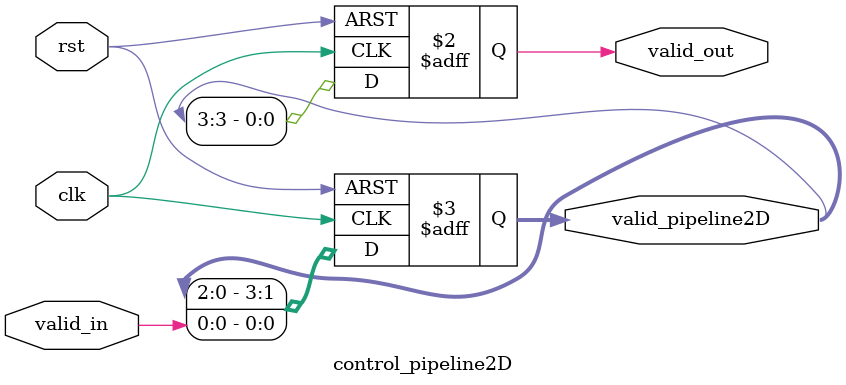
<source format=v>
module control_pipeline2D(  
    input clk, rst, valid_in,
    output reg valid_out ,
    output reg [3:0] valid_pipeline2D
);
    always @(posedge clk or posedge rst)
    begin
        if(rst)
          begin
              valid_pipeline2D[0] <= 1'd0;
              valid_pipeline2D[1] <= 1'd0;
              valid_pipeline2D[2] <= 1'd0;
              valid_pipeline2D[3] <= 1'd0;
              valid_out <= 1'd0;
          end
        else 
          begin
              valid_pipeline2D[0] <= valid_in;
              valid_pipeline2D[1] <= valid_pipeline2D[0];
              valid_pipeline2D[2] <= valid_pipeline2D[1];
              valid_pipeline2D[3] <= valid_pipeline2D[2];
              valid_out <= valid_pipeline2D[3];
          end
    end  

endmodule





</source>
